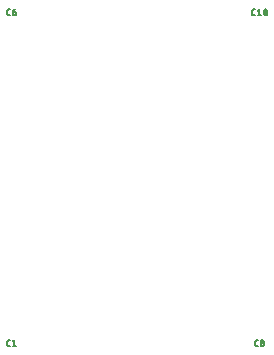
<source format=gbr>
G04 EAGLE Gerber RS-274X export*
G75*
%MOMM*%
%FSLAX34Y34*%
%LPD*%
%INSilkscreen Top*%
%IPPOS*%
%AMOC8*
5,1,8,0,0,1.08239X$1,22.5*%
G01*
%ADD10C,0.127000*%


D10*
X25004Y135855D02*
X23932Y135855D01*
X23867Y135857D01*
X23803Y135863D01*
X23739Y135873D01*
X23675Y135886D01*
X23613Y135904D01*
X23552Y135925D01*
X23492Y135949D01*
X23434Y135978D01*
X23377Y136010D01*
X23323Y136045D01*
X23271Y136083D01*
X23221Y136125D01*
X23174Y136169D01*
X23130Y136216D01*
X23088Y136266D01*
X23050Y136318D01*
X23015Y136372D01*
X22983Y136429D01*
X22954Y136487D01*
X22930Y136547D01*
X22909Y136608D01*
X22891Y136670D01*
X22878Y136734D01*
X22868Y136798D01*
X22862Y136862D01*
X22860Y136927D01*
X22859Y136927D02*
X22859Y139609D01*
X22860Y139609D02*
X22862Y139674D01*
X22868Y139738D01*
X22878Y139802D01*
X22891Y139866D01*
X22909Y139928D01*
X22930Y139989D01*
X22954Y140049D01*
X22983Y140107D01*
X23015Y140164D01*
X23050Y140218D01*
X23088Y140270D01*
X23130Y140320D01*
X23174Y140367D01*
X23221Y140411D01*
X23271Y140453D01*
X23323Y140491D01*
X23377Y140526D01*
X23434Y140558D01*
X23492Y140587D01*
X23552Y140611D01*
X23613Y140632D01*
X23675Y140650D01*
X23739Y140663D01*
X23803Y140673D01*
X23867Y140679D01*
X23932Y140681D01*
X25004Y140681D01*
X27460Y139609D02*
X28800Y140681D01*
X28800Y135855D01*
X27460Y135855D02*
X30141Y135855D01*
X25004Y415855D02*
X23932Y415855D01*
X23867Y415857D01*
X23803Y415863D01*
X23739Y415873D01*
X23675Y415886D01*
X23613Y415904D01*
X23552Y415925D01*
X23492Y415949D01*
X23434Y415978D01*
X23377Y416010D01*
X23323Y416045D01*
X23271Y416083D01*
X23221Y416125D01*
X23174Y416169D01*
X23130Y416216D01*
X23088Y416266D01*
X23050Y416318D01*
X23015Y416372D01*
X22983Y416429D01*
X22954Y416487D01*
X22930Y416547D01*
X22909Y416608D01*
X22891Y416670D01*
X22878Y416734D01*
X22868Y416798D01*
X22862Y416862D01*
X22860Y416927D01*
X22859Y416927D02*
X22859Y419609D01*
X22860Y419609D02*
X22862Y419674D01*
X22868Y419738D01*
X22878Y419802D01*
X22891Y419866D01*
X22909Y419928D01*
X22930Y419989D01*
X22954Y420049D01*
X22983Y420107D01*
X23015Y420164D01*
X23050Y420218D01*
X23088Y420270D01*
X23130Y420320D01*
X23174Y420367D01*
X23221Y420411D01*
X23271Y420453D01*
X23323Y420491D01*
X23377Y420526D01*
X23434Y420558D01*
X23492Y420587D01*
X23552Y420611D01*
X23613Y420632D01*
X23675Y420650D01*
X23739Y420663D01*
X23803Y420673D01*
X23867Y420679D01*
X23932Y420681D01*
X25004Y420681D01*
X27460Y418536D02*
X29068Y418536D01*
X29133Y418534D01*
X29197Y418528D01*
X29261Y418518D01*
X29325Y418505D01*
X29387Y418487D01*
X29448Y418466D01*
X29508Y418442D01*
X29566Y418413D01*
X29623Y418381D01*
X29677Y418346D01*
X29729Y418308D01*
X29779Y418266D01*
X29826Y418222D01*
X29870Y418175D01*
X29912Y418125D01*
X29950Y418073D01*
X29985Y418019D01*
X30017Y417962D01*
X30046Y417904D01*
X30070Y417844D01*
X30091Y417783D01*
X30109Y417721D01*
X30122Y417657D01*
X30132Y417593D01*
X30138Y417529D01*
X30140Y417464D01*
X30141Y417464D02*
X30141Y417196D01*
X30139Y417125D01*
X30133Y417053D01*
X30124Y416983D01*
X30111Y416913D01*
X30094Y416843D01*
X30073Y416775D01*
X30049Y416708D01*
X30021Y416642D01*
X29990Y416578D01*
X29955Y416515D01*
X29917Y416455D01*
X29876Y416396D01*
X29832Y416340D01*
X29785Y416286D01*
X29736Y416235D01*
X29683Y416187D01*
X29628Y416141D01*
X29571Y416099D01*
X29511Y416059D01*
X29450Y416023D01*
X29386Y415990D01*
X29321Y415961D01*
X29255Y415935D01*
X29187Y415912D01*
X29118Y415893D01*
X29048Y415878D01*
X28978Y415867D01*
X28907Y415859D01*
X28836Y415855D01*
X28764Y415855D01*
X28693Y415859D01*
X28622Y415867D01*
X28552Y415878D01*
X28482Y415893D01*
X28413Y415912D01*
X28345Y415935D01*
X28279Y415961D01*
X28214Y415990D01*
X28150Y416023D01*
X28089Y416059D01*
X28029Y416099D01*
X27972Y416141D01*
X27917Y416187D01*
X27864Y416235D01*
X27815Y416286D01*
X27768Y416340D01*
X27724Y416396D01*
X27683Y416455D01*
X27645Y416515D01*
X27610Y416578D01*
X27579Y416642D01*
X27551Y416708D01*
X27527Y416775D01*
X27506Y416843D01*
X27489Y416913D01*
X27476Y416983D01*
X27467Y417053D01*
X27461Y417125D01*
X27459Y417196D01*
X27460Y417196D02*
X27460Y418536D01*
X27462Y418627D01*
X27468Y418718D01*
X27477Y418808D01*
X27491Y418899D01*
X27508Y418988D01*
X27529Y419076D01*
X27554Y419164D01*
X27583Y419251D01*
X27615Y419336D01*
X27650Y419420D01*
X27690Y419502D01*
X27732Y419582D01*
X27778Y419661D01*
X27828Y419737D01*
X27880Y419811D01*
X27936Y419884D01*
X27995Y419953D01*
X28056Y420020D01*
X28121Y420085D01*
X28188Y420146D01*
X28257Y420205D01*
X28329Y420261D01*
X28404Y420313D01*
X28480Y420363D01*
X28559Y420409D01*
X28639Y420451D01*
X28721Y420491D01*
X28805Y420526D01*
X28890Y420558D01*
X28977Y420587D01*
X29064Y420612D01*
X29153Y420633D01*
X29242Y420650D01*
X29333Y420664D01*
X29423Y420673D01*
X29514Y420679D01*
X29605Y420681D01*
X231188Y415855D02*
X232261Y415855D01*
X231188Y415855D02*
X231123Y415857D01*
X231059Y415863D01*
X230995Y415873D01*
X230931Y415886D01*
X230869Y415904D01*
X230808Y415925D01*
X230748Y415949D01*
X230690Y415978D01*
X230633Y416010D01*
X230579Y416045D01*
X230527Y416083D01*
X230477Y416125D01*
X230430Y416169D01*
X230386Y416216D01*
X230344Y416266D01*
X230306Y416318D01*
X230271Y416372D01*
X230239Y416429D01*
X230210Y416487D01*
X230186Y416547D01*
X230165Y416608D01*
X230147Y416670D01*
X230134Y416734D01*
X230124Y416798D01*
X230118Y416862D01*
X230116Y416927D01*
X230116Y419609D01*
X230118Y419674D01*
X230124Y419738D01*
X230134Y419802D01*
X230147Y419866D01*
X230165Y419928D01*
X230186Y419989D01*
X230210Y420049D01*
X230239Y420107D01*
X230271Y420164D01*
X230306Y420218D01*
X230344Y420270D01*
X230386Y420320D01*
X230430Y420367D01*
X230477Y420411D01*
X230527Y420453D01*
X230579Y420491D01*
X230633Y420526D01*
X230690Y420558D01*
X230748Y420587D01*
X230808Y420611D01*
X230869Y420632D01*
X230931Y420650D01*
X230995Y420663D01*
X231059Y420673D01*
X231123Y420679D01*
X231188Y420681D01*
X232261Y420681D01*
X234717Y419609D02*
X236057Y420681D01*
X236057Y415855D01*
X234717Y415855D02*
X237398Y415855D01*
X240203Y418268D02*
X240205Y418388D01*
X240210Y418508D01*
X240219Y418628D01*
X240232Y418748D01*
X240248Y418867D01*
X240268Y418986D01*
X240292Y419104D01*
X240319Y419221D01*
X240349Y419337D01*
X240383Y419452D01*
X240421Y419567D01*
X240462Y419680D01*
X240506Y419791D01*
X240554Y419902D01*
X240605Y420011D01*
X240606Y420011D02*
X240627Y420068D01*
X240653Y420124D01*
X240681Y420179D01*
X240713Y420231D01*
X240749Y420282D01*
X240787Y420330D01*
X240828Y420376D01*
X240872Y420419D01*
X240918Y420459D01*
X240967Y420496D01*
X241019Y420530D01*
X241072Y420561D01*
X241127Y420589D01*
X241183Y420613D01*
X241241Y420634D01*
X241300Y420651D01*
X241360Y420664D01*
X241421Y420673D01*
X241483Y420679D01*
X241544Y420681D01*
X241605Y420679D01*
X241667Y420673D01*
X241728Y420664D01*
X241788Y420651D01*
X241847Y420634D01*
X241905Y420613D01*
X241961Y420589D01*
X242016Y420561D01*
X242069Y420530D01*
X242121Y420496D01*
X242170Y420459D01*
X242216Y420419D01*
X242260Y420376D01*
X242301Y420330D01*
X242339Y420282D01*
X242375Y420231D01*
X242407Y420179D01*
X242435Y420124D01*
X242461Y420068D01*
X242482Y420011D01*
X242533Y419902D01*
X242581Y419791D01*
X242625Y419680D01*
X242666Y419567D01*
X242704Y419452D01*
X242738Y419337D01*
X242768Y419221D01*
X242795Y419104D01*
X242819Y418986D01*
X242839Y418867D01*
X242855Y418748D01*
X242868Y418628D01*
X242877Y418508D01*
X242882Y418388D01*
X242884Y418268D01*
X240203Y418268D02*
X240205Y418148D01*
X240210Y418028D01*
X240219Y417908D01*
X240232Y417788D01*
X240248Y417669D01*
X240268Y417550D01*
X240292Y417432D01*
X240319Y417315D01*
X240349Y417199D01*
X240383Y417084D01*
X240421Y416969D01*
X240462Y416856D01*
X240506Y416745D01*
X240554Y416634D01*
X240605Y416525D01*
X240606Y416525D02*
X240627Y416468D01*
X240653Y416412D01*
X240681Y416357D01*
X240713Y416305D01*
X240749Y416254D01*
X240787Y416206D01*
X240828Y416160D01*
X240872Y416117D01*
X240918Y416077D01*
X240967Y416040D01*
X241019Y416006D01*
X241072Y415975D01*
X241127Y415947D01*
X241183Y415923D01*
X241241Y415902D01*
X241300Y415885D01*
X241360Y415872D01*
X241421Y415863D01*
X241483Y415857D01*
X241544Y415855D01*
X242482Y416525D02*
X242533Y416634D01*
X242581Y416745D01*
X242625Y416856D01*
X242666Y416969D01*
X242704Y417084D01*
X242738Y417199D01*
X242768Y417315D01*
X242795Y417432D01*
X242819Y417550D01*
X242839Y417669D01*
X242855Y417788D01*
X242868Y417908D01*
X242877Y418028D01*
X242882Y418148D01*
X242884Y418268D01*
X242482Y416525D02*
X242461Y416468D01*
X242435Y416412D01*
X242407Y416357D01*
X242375Y416305D01*
X242339Y416254D01*
X242301Y416206D01*
X242260Y416160D01*
X242216Y416117D01*
X242169Y416077D01*
X242121Y416040D01*
X242069Y416006D01*
X242016Y415975D01*
X241961Y415947D01*
X241905Y415923D01*
X241847Y415902D01*
X241788Y415885D01*
X241728Y415872D01*
X241667Y415863D01*
X241605Y415857D01*
X241544Y415855D01*
X240471Y416927D02*
X242616Y419609D01*
X235004Y135855D02*
X233932Y135855D01*
X233867Y135857D01*
X233803Y135863D01*
X233739Y135873D01*
X233675Y135886D01*
X233613Y135904D01*
X233552Y135925D01*
X233492Y135949D01*
X233434Y135978D01*
X233377Y136010D01*
X233323Y136045D01*
X233271Y136083D01*
X233221Y136125D01*
X233174Y136169D01*
X233130Y136216D01*
X233088Y136266D01*
X233050Y136318D01*
X233015Y136372D01*
X232983Y136429D01*
X232954Y136487D01*
X232930Y136547D01*
X232909Y136608D01*
X232891Y136670D01*
X232878Y136734D01*
X232868Y136798D01*
X232862Y136862D01*
X232860Y136927D01*
X232859Y136927D02*
X232859Y139609D01*
X232860Y139609D02*
X232862Y139674D01*
X232868Y139738D01*
X232878Y139802D01*
X232891Y139866D01*
X232909Y139928D01*
X232930Y139989D01*
X232954Y140049D01*
X232983Y140107D01*
X233015Y140164D01*
X233050Y140218D01*
X233088Y140270D01*
X233130Y140320D01*
X233174Y140367D01*
X233221Y140411D01*
X233271Y140453D01*
X233323Y140491D01*
X233377Y140526D01*
X233434Y140558D01*
X233492Y140587D01*
X233552Y140611D01*
X233613Y140632D01*
X233675Y140650D01*
X233739Y140663D01*
X233803Y140673D01*
X233867Y140679D01*
X233932Y140681D01*
X235004Y140681D01*
X237459Y137196D02*
X237461Y137267D01*
X237467Y137339D01*
X237476Y137409D01*
X237489Y137479D01*
X237506Y137549D01*
X237527Y137617D01*
X237551Y137684D01*
X237579Y137750D01*
X237610Y137814D01*
X237645Y137877D01*
X237683Y137937D01*
X237724Y137996D01*
X237768Y138052D01*
X237815Y138106D01*
X237864Y138157D01*
X237917Y138205D01*
X237972Y138251D01*
X238029Y138293D01*
X238089Y138333D01*
X238150Y138369D01*
X238214Y138402D01*
X238279Y138431D01*
X238345Y138457D01*
X238413Y138480D01*
X238482Y138499D01*
X238552Y138514D01*
X238622Y138525D01*
X238693Y138533D01*
X238764Y138537D01*
X238836Y138537D01*
X238907Y138533D01*
X238978Y138525D01*
X239048Y138514D01*
X239118Y138499D01*
X239187Y138480D01*
X239255Y138457D01*
X239321Y138431D01*
X239386Y138402D01*
X239450Y138369D01*
X239511Y138333D01*
X239571Y138293D01*
X239628Y138251D01*
X239683Y138205D01*
X239736Y138157D01*
X239785Y138106D01*
X239832Y138052D01*
X239876Y137996D01*
X239917Y137937D01*
X239955Y137877D01*
X239990Y137814D01*
X240021Y137750D01*
X240049Y137684D01*
X240073Y137617D01*
X240094Y137549D01*
X240111Y137479D01*
X240124Y137409D01*
X240133Y137339D01*
X240139Y137267D01*
X240141Y137196D01*
X240139Y137125D01*
X240133Y137053D01*
X240124Y136983D01*
X240111Y136913D01*
X240094Y136843D01*
X240073Y136775D01*
X240049Y136708D01*
X240021Y136642D01*
X239990Y136578D01*
X239955Y136515D01*
X239917Y136455D01*
X239876Y136396D01*
X239832Y136340D01*
X239785Y136286D01*
X239736Y136235D01*
X239683Y136187D01*
X239628Y136141D01*
X239571Y136099D01*
X239511Y136059D01*
X239450Y136023D01*
X239386Y135990D01*
X239321Y135961D01*
X239255Y135935D01*
X239187Y135912D01*
X239118Y135893D01*
X239048Y135878D01*
X238978Y135867D01*
X238907Y135859D01*
X238836Y135855D01*
X238764Y135855D01*
X238693Y135859D01*
X238622Y135867D01*
X238552Y135878D01*
X238482Y135893D01*
X238413Y135912D01*
X238345Y135935D01*
X238279Y135961D01*
X238214Y135990D01*
X238150Y136023D01*
X238089Y136059D01*
X238029Y136099D01*
X237972Y136141D01*
X237917Y136187D01*
X237864Y136235D01*
X237815Y136286D01*
X237768Y136340D01*
X237724Y136396D01*
X237683Y136455D01*
X237645Y136515D01*
X237610Y136578D01*
X237579Y136642D01*
X237551Y136708D01*
X237527Y136775D01*
X237506Y136843D01*
X237489Y136913D01*
X237476Y136983D01*
X237467Y137053D01*
X237461Y137125D01*
X237459Y137196D01*
X237728Y139609D02*
X237730Y139674D01*
X237736Y139738D01*
X237746Y139802D01*
X237759Y139866D01*
X237777Y139928D01*
X237798Y139989D01*
X237822Y140049D01*
X237851Y140107D01*
X237883Y140164D01*
X237918Y140218D01*
X237956Y140270D01*
X237998Y140320D01*
X238042Y140367D01*
X238089Y140411D01*
X238139Y140453D01*
X238191Y140491D01*
X238245Y140526D01*
X238302Y140558D01*
X238360Y140587D01*
X238420Y140611D01*
X238481Y140632D01*
X238543Y140650D01*
X238607Y140663D01*
X238671Y140673D01*
X238735Y140679D01*
X238800Y140681D01*
X238865Y140679D01*
X238929Y140673D01*
X238993Y140663D01*
X239057Y140650D01*
X239119Y140632D01*
X239180Y140611D01*
X239240Y140587D01*
X239298Y140558D01*
X239355Y140526D01*
X239409Y140491D01*
X239461Y140453D01*
X239511Y140411D01*
X239558Y140367D01*
X239602Y140320D01*
X239644Y140270D01*
X239682Y140218D01*
X239717Y140164D01*
X239749Y140107D01*
X239778Y140049D01*
X239802Y139989D01*
X239823Y139928D01*
X239841Y139866D01*
X239854Y139802D01*
X239864Y139738D01*
X239870Y139674D01*
X239872Y139609D01*
X239870Y139544D01*
X239864Y139480D01*
X239854Y139416D01*
X239841Y139352D01*
X239823Y139290D01*
X239802Y139229D01*
X239778Y139169D01*
X239749Y139111D01*
X239717Y139054D01*
X239682Y139000D01*
X239644Y138948D01*
X239602Y138898D01*
X239558Y138851D01*
X239511Y138807D01*
X239461Y138765D01*
X239409Y138727D01*
X239355Y138692D01*
X239298Y138660D01*
X239240Y138631D01*
X239180Y138607D01*
X239119Y138586D01*
X239057Y138568D01*
X238993Y138555D01*
X238929Y138545D01*
X238865Y138539D01*
X238800Y138537D01*
X238735Y138539D01*
X238671Y138545D01*
X238607Y138555D01*
X238543Y138568D01*
X238481Y138586D01*
X238420Y138607D01*
X238360Y138631D01*
X238302Y138660D01*
X238245Y138692D01*
X238191Y138727D01*
X238139Y138765D01*
X238089Y138807D01*
X238042Y138851D01*
X237998Y138898D01*
X237956Y138948D01*
X237918Y139000D01*
X237883Y139054D01*
X237851Y139111D01*
X237822Y139169D01*
X237798Y139229D01*
X237777Y139290D01*
X237759Y139352D01*
X237746Y139416D01*
X237736Y139480D01*
X237730Y139544D01*
X237728Y139609D01*
M02*

</source>
